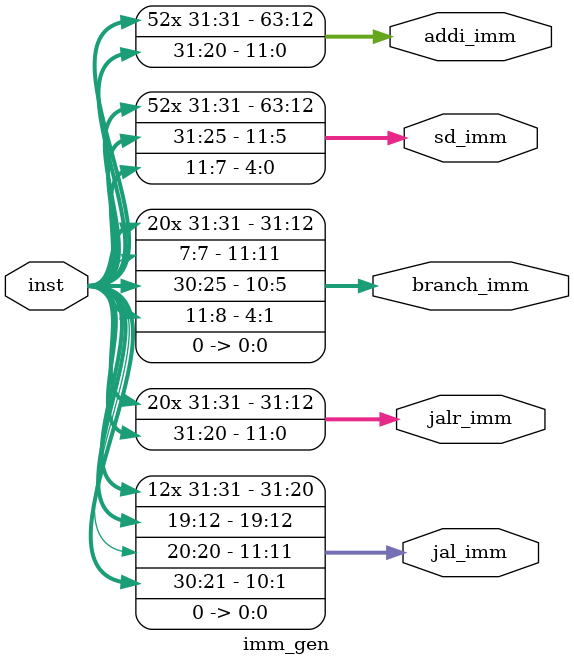
<source format=v>
`timescale 1ns / 1ps


module imm_gen(inst, jal_imm, jalr_imm, branch_imm, sd_imm, addi_imm

    );
    
    input [31:0] inst;
    output [31:0] jal_imm, jalr_imm, branch_imm;
    output [63:0] sd_imm, addi_imm;
    
    assign jalr_imm={{20{inst[31]}}, {inst[31:20]}}; //1+4+6+1+8+44
    assign jal_imm={{12{inst[31]}},{inst[31],inst[19:12],inst[20],inst[30:21],1'b0}};
    
    assign branch_imm={{20{inst[31]}},inst[7],inst[30:25],inst[11:8],1'b0};
    
    assign addi_imm={{52{inst[31]}},inst[31:20]};
    assign sd_imm={{52{inst[31]}},inst[31:25],inst[11:7]};
    
endmodule

</source>
